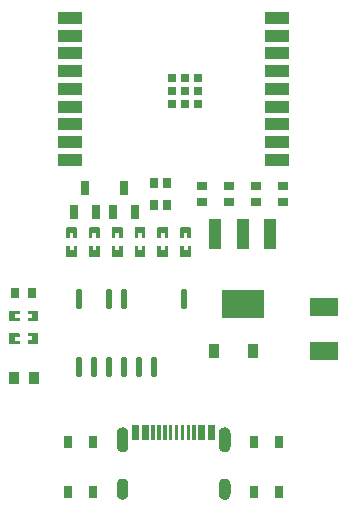
<source format=gtp>
G04 Layer: TopPasteMaskLayer*
G04 EasyEDA Pro v2.2.45.4, 2025-12-09 09:54:16*
G04 Gerber Generator version 0.3*
G04 Scale: 100 percent, Rotated: No, Reflected: No*
G04 Dimensions in millimeters*
G04 Leading zeros omitted, absolute positions, 4 integers and 5 decimals*
G04 Generated by one-click*
%FSLAX45Y45*%
%MOMM*%
%ADD10R,0.7X1.05001*%
%ADD11R,0.8X0.9*%
%ADD12R,0.9X0.8*%
%ADD13R,2.37599X1.50625*%
%ADD14R,0.91001X1.21999*%
%ADD15R,0.89992X1.0*%
%ADD16R,0.7X0.9*%
%ADD17R,0.7X1.25001*%
%ADD18R,2.0071X1.0*%
%ADD19R,2.0X1.0*%
%ADD20R,0.7X0.7*%
%ADD21R,1.1X2.49999*%
%ADD22R,3.59999X2.34*%
%ADD23O,0.55999X1.74501*%
G75*


G04 PolygonModel Start*
G36*
G01X-349994Y-2847619D02*
G01X-289994Y-2847619D01*
G01X-289994Y-2971622D01*
G01X-349994Y-2971622D01*
G01X-349994Y-2847619D01*
G37*
G36*
G01X-269994Y-2847619D02*
G01X-209989Y-2847619D01*
G01X-209989Y-2971622D01*
G01X-269994Y-2971622D01*
G01X-269994Y-2847619D01*
G37*
G36*
G01X-189992Y-2847619D02*
G01X-159990Y-2847619D01*
G01X-159990Y-2971622D01*
G01X-189992Y-2971622D01*
G01X-189992Y-2847619D01*
G37*
G36*
G01X-139992Y-2847619D02*
G01X-109990Y-2847619D01*
G01X-109990Y-2971622D01*
G01X-139992Y-2971622D01*
G01X-139992Y-2847619D01*
G37*
G36*
G01X-89992Y-2847619D02*
G01X-59987Y-2847619D01*
G01X-59987Y-2971622D01*
G01X-89992Y-2971622D01*
G01X-89992Y-2847619D01*
G37*
G36*
G01X-39987Y-2847619D02*
G01X-9987Y-2847619D01*
G01X-9987Y-2971622D01*
G01X-39987Y-2971622D01*
G01X-39987Y-2847619D01*
G37*
G36*
G01X10013Y-2847619D02*
G01X40008Y-2847619D01*
G01X40008Y-2971622D01*
G01X10013Y-2971622D01*
G01X10013Y-2847619D01*
G37*
G36*
G01X60005Y-2847619D02*
G01X90005Y-2847619D01*
G01X90005Y-2971622D01*
G01X60005Y-2971622D01*
G01X60005Y-2847619D01*
G37*
G36*
G01X110005Y-2847619D02*
G01X140005Y-2847619D01*
G01X140005Y-2971622D01*
G01X110005Y-2971622D01*
G01X110005Y-2847619D01*
G37*
G36*
G01X160005Y-2847619D02*
G01X190005Y-2847619D01*
G01X190005Y-2971622D01*
G01X160005Y-2971622D01*
G01X160005Y-2847619D01*
G37*
G36*
G01X210005Y-2847619D02*
G01X270007Y-2847619D01*
G01X270007Y-2971622D01*
G01X210005Y-2971622D01*
G01X210005Y-2847619D01*
G37*
G36*
G01X290007Y-2847619D02*
G01X350007Y-2847619D01*
G01X350007Y-2971622D01*
G01X290007Y-2971622D01*
G01X290007Y-2847619D01*
G37*
G36*
G01X-428262Y-2866738D02*
G01X-430756Y-2866614D01*
G01X-433250Y-2866614D01*
G01X-435737Y-2866738D01*
G01X-438219Y-2866989D01*
G01X-440685Y-2867360D01*
G01X-443126Y-2867853D01*
G01X-445539Y-2868473D01*
G01X-447926Y-2869204D01*
G01X-450268Y-2870060D01*
G01X-452562Y-2871025D01*
G01X-454810Y-2872110D01*
G01X-456997Y-2873299D01*
G01X-459125Y-2874597D01*
G01X-461185Y-2876001D01*
G01X-463174Y-2877513D01*
G01X-465087Y-2879113D01*
G01X-466913Y-2880807D01*
G01X-468650Y-2882590D01*
G01X-470306Y-2884462D01*
G01X-471858Y-2886410D01*
G01X-473311Y-2888432D01*
G01X-474662Y-2890528D01*
G01X-475910Y-2892687D01*
G01X-477050Y-2894907D01*
G01X-478074Y-2897180D01*
G01X-478986Y-2899499D01*
G01X-479776Y-2901864D01*
G01X-480454Y-2904261D01*
G01X-481012Y-2906690D01*
G01X-481442Y-2909148D01*
G01X-481752Y-2911622D01*
G01X-481937Y-2914106D01*
G01X-482001Y-2916601D01*
G01X-482001Y-3026603D01*
G01X-481937Y-3029092D01*
G01X-481752Y-3031581D01*
G01X-481442Y-3034058D01*
G01X-481012Y-3036509D01*
G01X-480454Y-3038937D01*
G01X-479776Y-3041340D01*
G01X-478986Y-3043705D01*
G01X-478074Y-3046024D01*
G01X-477050Y-3048300D01*
G01X-475910Y-3050512D01*
G01X-474662Y-3052671D01*
G01X-473311Y-3054767D01*
G01X-471858Y-3056793D01*
G01X-470306Y-3058744D01*
G01X-468650Y-3060609D01*
G01X-466913Y-3062399D01*
G01X-465087Y-3064091D01*
G01X-463174Y-3065691D01*
G01X-461185Y-3067197D01*
G01X-459125Y-3068602D01*
G01X-456997Y-3069905D01*
G01X-454810Y-3071096D01*
G01X-452562Y-3072181D01*
G01X-450268Y-3073146D01*
G01X-447926Y-3073999D01*
G01X-445539Y-3074733D01*
G01X-443126Y-3075351D01*
G01X-440685Y-3075843D01*
G01X-438219Y-3076214D01*
G01X-435737Y-3076461D01*
G01X-433250Y-3076585D01*
G01X-430756Y-3076585D01*
G01X-428262Y-3076461D01*
G01X-425780Y-3076214D01*
G01X-423316Y-3075843D01*
G01X-420875Y-3075351D01*
G01X-418460Y-3074733D01*
G01X-416080Y-3073999D01*
G01X-413733Y-3073146D01*
G01X-411437Y-3072181D01*
G01X-409186Y-3071096D01*
G01X-406999Y-3069905D01*
G01X-404876Y-3068602D01*
G01X-402814Y-3067197D01*
G01X-400827Y-3065691D01*
G01X-398915Y-3064091D01*
G01X-397088Y-3062399D01*
G01X-395351Y-3060609D01*
G01X-393700Y-3058744D01*
G01X-392143Y-3056793D01*
G01X-390685Y-3054767D01*
G01X-389334Y-3052671D01*
G01X-388089Y-3050512D01*
G01X-386951Y-3048300D01*
G01X-385928Y-3046024D01*
G01X-385016Y-3043705D01*
G01X-384221Y-3041340D01*
G01X-383548Y-3038937D01*
G01X-382994Y-3036509D01*
G01X-382560Y-3034058D01*
G01X-382247Y-3031581D01*
G01X-382062Y-3029092D01*
G01X-382001Y-3026603D01*
G01X-382001Y-2916601D01*
G01X-382062Y-2914106D01*
G01X-382247Y-2911622D01*
G01X-382560Y-2909148D01*
G01X-382994Y-2906690D01*
G01X-383548Y-2904261D01*
G01X-384221Y-2901864D01*
G01X-385016Y-2899499D01*
G01X-385928Y-2897180D01*
G01X-386951Y-2894907D01*
G01X-388089Y-2892687D01*
G01X-389334Y-2890528D01*
G01X-390685Y-2888432D01*
G01X-392143Y-2886410D01*
G01X-393700Y-2884462D01*
G01X-395351Y-2882590D01*
G01X-397088Y-2880807D01*
G01X-398915Y-2879113D01*
G01X-400827Y-2877513D01*
G01X-402814Y-2876001D01*
G01X-404876Y-2874597D01*
G01X-406999Y-2873299D01*
G01X-409186Y-2872110D01*
G01X-411437Y-2871025D01*
G01X-413733Y-2870060D01*
G01X-416080Y-2869204D01*
G01X-418460Y-2868473D01*
G01X-420875Y-2867853D01*
G01X-423316Y-2867360D01*
G01X-425780Y-2866989D01*
G01X-428262Y-2866738D01*
G37*
G36*
G01X-428262Y-3299744D02*
G01X-430756Y-3299623D01*
G01X-433250Y-3299623D01*
G01X-435737Y-3299744D01*
G01X-438219Y-3299998D01*
G01X-440685Y-3300367D01*
G01X-443126Y-3300862D01*
G01X-445539Y-3301474D01*
G01X-447926Y-3302211D01*
G01X-450268Y-3303062D01*
G01X-452562Y-3304032D01*
G01X-454810Y-3305111D01*
G01X-456997Y-3306305D01*
G01X-459125Y-3307606D01*
G01X-461185Y-3309010D01*
G01X-463174Y-3310514D01*
G01X-465087Y-3312122D01*
G01X-466913Y-3313814D01*
G01X-468650Y-3315597D01*
G01X-470306Y-3317469D01*
G01X-471858Y-3319417D01*
G01X-473311Y-3321441D01*
G01X-474662Y-3323534D01*
G01X-475910Y-3325696D01*
G01X-477050Y-3327913D01*
G01X-478074Y-3330186D01*
G01X-478986Y-3332508D01*
G01X-479776Y-3334873D01*
G01X-480454Y-3337270D01*
G01X-481012Y-3339699D01*
G01X-481442Y-3342155D01*
G01X-481752Y-3344631D01*
G01X-481937Y-3347115D01*
G01X-482001Y-3349607D01*
G01X-482001Y-3429610D01*
G01X-481937Y-3432104D01*
G01X-481752Y-3434588D01*
G01X-481442Y-3437062D01*
G01X-481012Y-3439518D01*
G01X-480454Y-3441949D01*
G01X-479776Y-3444347D01*
G01X-478986Y-3446711D01*
G01X-478074Y-3449030D01*
G01X-477050Y-3451304D01*
G01X-475910Y-3453524D01*
G01X-474662Y-3455678D01*
G01X-473311Y-3457778D01*
G01X-471858Y-3459800D01*
G01X-470306Y-3461748D01*
G01X-468650Y-3463615D01*
G01X-466913Y-3465403D01*
G01X-465087Y-3467097D01*
G01X-463174Y-3468698D01*
G01X-461185Y-3470206D01*
G01X-459125Y-3471611D01*
G01X-456997Y-3472912D01*
G01X-454810Y-3474100D01*
G01X-452562Y-3475185D01*
G01X-450268Y-3476150D01*
G01X-447926Y-3477006D01*
G01X-445539Y-3477738D01*
G01X-443126Y-3478355D01*
G01X-440685Y-3478850D01*
G01X-438219Y-3479221D01*
G01X-435737Y-3479467D01*
G01X-433250Y-3479594D01*
G01X-430756Y-3479594D01*
G01X-428262Y-3479467D01*
G01X-425780Y-3479221D01*
G01X-423316Y-3478850D01*
G01X-420875Y-3478355D01*
G01X-418460Y-3477738D01*
G01X-416080Y-3477006D01*
G01X-413733Y-3476150D01*
G01X-411437Y-3475185D01*
G01X-409186Y-3474100D01*
G01X-406999Y-3472912D01*
G01X-404876Y-3471611D01*
G01X-402814Y-3470206D01*
G01X-400827Y-3468698D01*
G01X-398915Y-3467097D01*
G01X-397088Y-3465403D01*
G01X-395351Y-3463615D01*
G01X-393700Y-3461748D01*
G01X-392143Y-3459800D01*
G01X-390685Y-3457778D01*
G01X-389334Y-3455678D01*
G01X-388089Y-3453524D01*
G01X-386951Y-3451304D01*
G01X-385928Y-3449030D01*
G01X-385016Y-3446711D01*
G01X-384221Y-3444347D01*
G01X-383548Y-3441949D01*
G01X-382994Y-3439518D01*
G01X-382560Y-3437062D01*
G01X-382247Y-3434588D01*
G01X-382062Y-3432104D01*
G01X-382001Y-3429610D01*
G01X-382001Y-3349607D01*
G01X-382062Y-3347115D01*
G01X-382247Y-3344631D01*
G01X-382560Y-3342155D01*
G01X-382994Y-3339699D01*
G01X-383548Y-3337270D01*
G01X-384221Y-3334873D01*
G01X-385016Y-3332508D01*
G01X-385928Y-3330186D01*
G01X-386951Y-3327913D01*
G01X-388089Y-3325696D01*
G01X-389334Y-3323534D01*
G01X-390685Y-3321441D01*
G01X-392143Y-3319417D01*
G01X-393700Y-3317469D01*
G01X-395351Y-3315597D01*
G01X-397088Y-3313814D01*
G01X-398915Y-3312122D01*
G01X-400827Y-3310514D01*
G01X-402814Y-3309010D01*
G01X-404876Y-3307606D01*
G01X-406999Y-3306305D01*
G01X-409186Y-3305111D01*
G01X-411437Y-3304032D01*
G01X-413733Y-3303062D01*
G01X-416080Y-3302211D01*
G01X-418460Y-3301474D01*
G01X-420875Y-3300862D01*
G01X-423316Y-3300367D01*
G01X-425780Y-3299998D01*
G01X-428262Y-3299744D01*
G37*
G36*
G01X435745Y-2866738D02*
G01X433250Y-2866614D01*
G01X430761Y-2866614D01*
G01X428272Y-2866738D01*
G01X425790Y-2866989D01*
G01X423327Y-2867360D01*
G01X420883Y-2867853D01*
G01X418465Y-2868473D01*
G01X416085Y-2869204D01*
G01X413738Y-2870060D01*
G01X411442Y-2871025D01*
G01X409191Y-2872110D01*
G01X407010Y-2873299D01*
G01X404881Y-2874597D01*
G01X402819Y-2876001D01*
G01X400832Y-2877513D01*
G01X398920Y-2879113D01*
G01X397096Y-2880807D01*
G01X395356Y-2882590D01*
G01X393700Y-2884462D01*
G01X392151Y-2886410D01*
G01X390690Y-2888432D01*
G01X389341Y-2890528D01*
G01X388097Y-2892687D01*
G01X386956Y-2894907D01*
G01X385935Y-2897180D01*
G01X385023Y-2899499D01*
G01X384226Y-2901864D01*
G01X383553Y-2904261D01*
G01X382999Y-2906690D01*
G01X382565Y-2909148D01*
G01X382257Y-2911622D01*
G01X382067Y-2914106D01*
G01X382008Y-2916601D01*
G01X382008Y-3026603D01*
G01X382067Y-3029092D01*
G01X382257Y-3031581D01*
G01X382565Y-3034058D01*
G01X382999Y-3036509D01*
G01X383553Y-3038937D01*
G01X384226Y-3041340D01*
G01X385023Y-3043705D01*
G01X385935Y-3046024D01*
G01X386956Y-3048300D01*
G01X388097Y-3050512D01*
G01X389341Y-3052671D01*
G01X390690Y-3054767D01*
G01X392151Y-3056793D01*
G01X393700Y-3058744D01*
G01X395356Y-3060609D01*
G01X397096Y-3062399D01*
G01X398920Y-3064091D01*
G01X400832Y-3065691D01*
G01X402819Y-3067197D01*
G01X404881Y-3068602D01*
G01X407010Y-3069905D01*
G01X409191Y-3071096D01*
G01X411442Y-3072181D01*
G01X413738Y-3073146D01*
G01X416085Y-3073999D01*
G01X418465Y-3074733D01*
G01X420883Y-3075351D01*
G01X423327Y-3075843D01*
G01X425790Y-3076214D01*
G01X428272Y-3076461D01*
G01X430761Y-3076585D01*
G01X433250Y-3076585D01*
G01X435745Y-3076461D01*
G01X438224Y-3076214D01*
G01X440690Y-3075843D01*
G01X443133Y-3075351D01*
G01X445544Y-3074733D01*
G01X447926Y-3073999D01*
G01X450273Y-3073146D01*
G01X452572Y-3072181D01*
G01X454817Y-3071096D01*
G01X457010Y-3069905D01*
G01X459130Y-3068602D01*
G01X461190Y-3067197D01*
G01X463179Y-3065691D01*
G01X465092Y-3064091D01*
G01X466921Y-3062399D01*
G01X468655Y-3060609D01*
G01X470311Y-3058744D01*
G01X471863Y-3056793D01*
G01X473319Y-3054767D01*
G01X474668Y-3052671D01*
G01X475920Y-3050512D01*
G01X477055Y-3048300D01*
G01X478081Y-3046024D01*
G01X478991Y-3043705D01*
G01X479783Y-3041340D01*
G01X480459Y-3038937D01*
G01X481013Y-3036509D01*
G01X481447Y-3034058D01*
G01X481759Y-3031581D01*
G01X481942Y-3029092D01*
G01X482006Y-3026603D01*
G01X482006Y-2916601D01*
G01X481942Y-2914106D01*
G01X481759Y-2911622D01*
G01X481447Y-2909148D01*
G01X481013Y-2906690D01*
G01X480459Y-2904261D01*
G01X479783Y-2901864D01*
G01X478991Y-2899499D01*
G01X478081Y-2897180D01*
G01X477055Y-2894907D01*
G01X475920Y-2892687D01*
G01X474668Y-2890528D01*
G01X473319Y-2888432D01*
G01X471863Y-2886410D01*
G01X470311Y-2884462D01*
G01X468655Y-2882590D01*
G01X466921Y-2880807D01*
G01X465092Y-2879113D01*
G01X463179Y-2877513D01*
G01X461190Y-2876001D01*
G01X459130Y-2874597D01*
G01X457010Y-2873299D01*
G01X454817Y-2872110D01*
G01X452572Y-2871025D01*
G01X450273Y-2870060D01*
G01X447926Y-2869204D01*
G01X445544Y-2868473D01*
G01X443133Y-2867853D01*
G01X440690Y-2867360D01*
G01X438224Y-2866989D01*
G01X435745Y-2866738D01*
G37*
G36*
G01X435745Y-3299744D02*
G01X433250Y-3299623D01*
G01X430761Y-3299623D01*
G01X428272Y-3299744D01*
G01X425790Y-3299998D01*
G01X423327Y-3300367D01*
G01X420883Y-3300862D01*
G01X418465Y-3301474D01*
G01X416085Y-3302211D01*
G01X413738Y-3303062D01*
G01X411442Y-3304032D01*
G01X409191Y-3305111D01*
G01X407010Y-3306305D01*
G01X404881Y-3307606D01*
G01X402819Y-3309010D01*
G01X400832Y-3310514D01*
G01X398920Y-3312122D01*
G01X397096Y-3313814D01*
G01X395356Y-3315597D01*
G01X393700Y-3317469D01*
G01X392151Y-3319417D01*
G01X390690Y-3321441D01*
G01X389341Y-3323534D01*
G01X388097Y-3325696D01*
G01X386956Y-3327913D01*
G01X385935Y-3330186D01*
G01X385023Y-3332508D01*
G01X384226Y-3334873D01*
G01X383553Y-3337270D01*
G01X382999Y-3339699D01*
G01X382565Y-3342155D01*
G01X382257Y-3344631D01*
G01X382067Y-3347115D01*
G01X382008Y-3349607D01*
G01X382008Y-3429610D01*
G01X382067Y-3432104D01*
G01X382257Y-3434588D01*
G01X382565Y-3437062D01*
G01X382999Y-3439518D01*
G01X383553Y-3441949D01*
G01X384226Y-3444347D01*
G01X385023Y-3446711D01*
G01X385935Y-3449030D01*
G01X386956Y-3451304D01*
G01X388097Y-3453524D01*
G01X389341Y-3455678D01*
G01X390690Y-3457778D01*
G01X392151Y-3459800D01*
G01X393700Y-3461748D01*
G01X395356Y-3463615D01*
G01X397096Y-3465403D01*
G01X398920Y-3467097D01*
G01X400832Y-3468698D01*
G01X402819Y-3470206D01*
G01X404881Y-3471611D01*
G01X407010Y-3472912D01*
G01X409191Y-3474100D01*
G01X411442Y-3475185D01*
G01X413738Y-3476150D01*
G01X416085Y-3477006D01*
G01X418465Y-3477738D01*
G01X420883Y-3478355D01*
G01X423327Y-3478850D01*
G01X425790Y-3479221D01*
G01X428272Y-3479467D01*
G01X430761Y-3479594D01*
G01X433250Y-3479594D01*
G01X435745Y-3479467D01*
G01X438224Y-3479221D01*
G01X440690Y-3478850D01*
G01X443133Y-3478355D01*
G01X445544Y-3477738D01*
G01X447926Y-3477006D01*
G01X450273Y-3476150D01*
G01X452572Y-3475185D01*
G01X454817Y-3474100D01*
G01X457010Y-3472912D01*
G01X459130Y-3471611D01*
G01X461190Y-3470206D01*
G01X463179Y-3468698D01*
G01X465092Y-3467097D01*
G01X466921Y-3465403D01*
G01X468655Y-3463615D01*
G01X470311Y-3461748D01*
G01X471863Y-3459800D01*
G01X473319Y-3457778D01*
G01X474668Y-3455678D01*
G01X475920Y-3453524D01*
G01X477055Y-3451304D01*
G01X478081Y-3449030D01*
G01X478991Y-3446711D01*
G01X479783Y-3444347D01*
G01X480459Y-3441949D01*
G01X481013Y-3439518D01*
G01X481447Y-3437062D01*
G01X481759Y-3434588D01*
G01X481942Y-3432104D01*
G01X482006Y-3429610D01*
G01X482006Y-3349607D01*
G01X481942Y-3347115D01*
G01X481759Y-3344631D01*
G01X481447Y-3342155D01*
G01X481013Y-3339699D01*
G01X480459Y-3337270D01*
G01X479783Y-3334873D01*
G01X478991Y-3332508D01*
G01X478081Y-3330186D01*
G01X477055Y-3327913D01*
G01X475920Y-3325696D01*
G01X474668Y-3323534D01*
G01X473319Y-3321441D01*
G01X471863Y-3319417D01*
G01X470311Y-3317469D01*
G01X468655Y-3315597D01*
G01X466921Y-3313814D01*
G01X465092Y-3312122D01*
G01X463179Y-3310514D01*
G01X461190Y-3309010D01*
G01X459130Y-3307606D01*
G01X457010Y-3306305D01*
G01X454817Y-3305111D01*
G01X452572Y-3304032D01*
G01X450273Y-3303062D01*
G01X447926Y-3302211D01*
G01X445544Y-3301474D01*
G01X443133Y-3300862D01*
G01X440690Y-3300367D01*
G01X438224Y-3299998D01*
G01X435745Y-3299744D01*
G37*
G36*
G01X-1389502Y-1967913D02*
G01X-1309502Y-1967913D01*
G01X-1304501Y-1962912D01*
G01X-1304501Y-1940115D01*
G01X-1341501Y-1940115D01*
G01X-1341501Y-1907116D01*
G01X-1304501Y-1907116D01*
G01X-1304501Y-1882912D01*
G01X-1309502Y-1877913D01*
G01X-1389502Y-1877913D01*
G01X-1394501Y-1882912D01*
G01X-1394501Y-1962912D01*
G01X-1389502Y-1967913D01*
G37*
G36*
G01X-1150498Y-1877916D02*
G01X-1230498Y-1877916D01*
G01X-1235499Y-1882917D01*
G01X-1235499Y-1905714D01*
G01X-1198499Y-1905714D01*
G01X-1198499Y-1938713D01*
G01X-1235499Y-1938713D01*
G01X-1235499Y-1962917D01*
G01X-1230498Y-1967916D01*
G01X-1150498Y-1967916D01*
G01X-1145499Y-1962917D01*
G01X-1145499Y-1882917D01*
G01X-1150498Y-1877916D01*
G37*
G36*
G01X-1389502Y-2158688D02*
G01X-1309502Y-2158688D01*
G01X-1304501Y-2153686D01*
G01X-1304501Y-2130890D01*
G01X-1341501Y-2130890D01*
G01X-1341501Y-2097890D01*
G01X-1304501Y-2097890D01*
G01X-1304501Y-2073686D01*
G01X-1309502Y-2068688D01*
G01X-1389502Y-2068688D01*
G01X-1394501Y-2073686D01*
G01X-1394501Y-2153686D01*
G01X-1389502Y-2158688D01*
G37*
G36*
G01X-1150498Y-2068690D02*
G01X-1230498Y-2068690D01*
G01X-1235499Y-2073692D01*
G01X-1235499Y-2096488D01*
G01X-1198499Y-2096488D01*
G01X-1198499Y-2129488D01*
G01X-1235499Y-2129488D01*
G01X-1235499Y-2153691D01*
G01X-1230498Y-2158690D01*
G01X-1150498Y-2158690D01*
G01X-1145499Y-2153691D01*
G01X-1145499Y-2073692D01*
G01X-1150498Y-2068690D01*
G37*
G36*
G01X56601Y-1175898D02*
G01X56601Y-1255898D01*
G01X61603Y-1260899D01*
G01X84399Y-1260899D01*
G01X84399Y-1223899D01*
G01X117399Y-1223899D01*
G01X117399Y-1260899D01*
G01X141602Y-1260899D01*
G01X146601Y-1255898D01*
G01X146601Y-1175898D01*
G01X141602Y-1170899D01*
G01X61603Y-1170899D01*
G01X56601Y-1175898D01*
G37*
G36*
G01X146599Y-1414902D02*
G01X146599Y-1334902D01*
G01X141597Y-1329901D01*
G01X118801Y-1329901D01*
G01X118801Y-1366901D01*
G01X85801Y-1366901D01*
G01X85801Y-1329901D01*
G01X61598Y-1329901D01*
G01X56599Y-1334902D01*
G01X56599Y-1414902D01*
G01X61598Y-1419901D01*
G01X141597Y-1419901D01*
G01X146599Y-1414902D01*
G37*
G36*
G01X-136439Y-1175898D02*
G01X-136439Y-1255898D01*
G01X-131437Y-1260899D01*
G01X-108641Y-1260899D01*
G01X-108641Y-1223899D01*
G01X-75641Y-1223899D01*
G01X-75641Y-1260899D01*
G01X-51438Y-1260899D01*
G01X-46439Y-1255898D01*
G01X-46439Y-1175898D01*
G01X-51438Y-1170899D01*
G01X-131437Y-1170899D01*
G01X-136439Y-1175898D01*
G37*
G36*
G01X-46441Y-1414902D02*
G01X-46441Y-1334902D01*
G01X-51443Y-1329901D01*
G01X-74239Y-1329901D01*
G01X-74239Y-1366901D01*
G01X-107239Y-1366901D01*
G01X-107239Y-1329901D01*
G01X-131442Y-1329901D01*
G01X-136441Y-1334902D01*
G01X-136441Y-1414902D01*
G01X-131442Y-1419901D01*
G01X-51443Y-1419901D01*
G01X-46441Y-1414902D01*
G37*
G36*
G01X-239481Y-1414902D02*
G01X-239481Y-1334902D01*
G01X-244483Y-1329901D01*
G01X-267279Y-1329901D01*
G01X-267279Y-1366901D01*
G01X-300279Y-1366901D01*
G01X-300279Y-1329901D01*
G01X-324482Y-1329901D01*
G01X-329481Y-1334902D01*
G01X-329481Y-1414902D01*
G01X-324482Y-1419901D01*
G01X-244483Y-1419901D01*
G01X-239481Y-1414902D01*
G37*
G36*
G01X-329479Y-1175898D02*
G01X-329479Y-1255898D01*
G01X-324477Y-1260899D01*
G01X-301681Y-1260899D01*
G01X-301681Y-1223899D01*
G01X-268681Y-1223899D01*
G01X-268681Y-1260899D01*
G01X-244478Y-1260899D01*
G01X-239479Y-1255898D01*
G01X-239479Y-1175898D01*
G01X-244478Y-1170899D01*
G01X-324477Y-1170899D01*
G01X-329479Y-1175898D01*
G37*
G36*
G01X-522519Y-1175898D02*
G01X-522519Y-1255898D01*
G01X-517517Y-1260899D01*
G01X-494721Y-1260899D01*
G01X-494721Y-1223899D01*
G01X-461721Y-1223899D01*
G01X-461721Y-1260899D01*
G01X-437518Y-1260899D01*
G01X-432519Y-1255898D01*
G01X-432519Y-1175898D01*
G01X-437518Y-1170899D01*
G01X-517517Y-1170899D01*
G01X-522519Y-1175898D01*
G37*
G36*
G01X-432521Y-1414902D02*
G01X-432521Y-1334902D01*
G01X-437523Y-1329901D01*
G01X-460319Y-1329901D01*
G01X-460319Y-1366901D01*
G01X-493319Y-1366901D01*
G01X-493319Y-1329901D01*
G01X-517522Y-1329901D01*
G01X-522521Y-1334902D01*
G01X-522521Y-1414902D01*
G01X-517522Y-1419901D01*
G01X-437523Y-1419901D01*
G01X-432521Y-1414902D01*
G37*
G36*
G01X-625561Y-1414902D02*
G01X-625561Y-1334902D01*
G01X-630563Y-1329901D01*
G01X-653359Y-1329901D01*
G01X-653359Y-1366901D01*
G01X-686359Y-1366901D01*
G01X-686359Y-1329901D01*
G01X-710562Y-1329901D01*
G01X-715561Y-1334902D01*
G01X-715561Y-1414902D01*
G01X-710562Y-1419901D01*
G01X-630563Y-1419901D01*
G01X-625561Y-1414902D01*
G37*
G36*
G01X-715559Y-1175898D02*
G01X-715559Y-1255898D01*
G01X-710557Y-1260899D01*
G01X-687761Y-1260899D01*
G01X-687761Y-1223899D01*
G01X-654761Y-1223899D01*
G01X-654761Y-1260899D01*
G01X-630558Y-1260899D01*
G01X-625559Y-1255898D01*
G01X-625559Y-1175898D01*
G01X-630558Y-1170899D01*
G01X-710557Y-1170899D01*
G01X-715559Y-1175898D01*
G37*
G36*
G01X-818601Y-1414902D02*
G01X-818601Y-1334902D01*
G01X-823603Y-1329901D01*
G01X-846399Y-1329901D01*
G01X-846399Y-1366901D01*
G01X-879399Y-1366901D01*
G01X-879399Y-1329901D01*
G01X-903602Y-1329901D01*
G01X-908601Y-1334902D01*
G01X-908601Y-1414902D01*
G01X-903602Y-1419901D01*
G01X-823603Y-1419901D01*
G01X-818601Y-1414902D01*
G37*
G36*
G01X-908599Y-1175898D02*
G01X-908599Y-1255898D01*
G01X-903597Y-1260899D01*
G01X-880801Y-1260899D01*
G01X-880801Y-1223899D01*
G01X-847801Y-1223899D01*
G01X-847801Y-1260899D01*
G01X-823598Y-1260899D01*
G01X-818599Y-1255898D01*
G01X-818599Y-1175898D01*
G01X-823598Y-1170899D01*
G01X-903597Y-1170899D01*
G01X-908599Y-1175898D01*
G37*

G04 Pad Start*
G54D10*
G01X679907Y-3410407D03*
G01X679907Y-2990393D03*
G01X894893Y-3410407D03*
G01X894893Y-2990393D03*
G01X-894893Y-3410407D03*
G01X-894893Y-2990393D03*
G01X-679907Y-3410407D03*
G01X-679907Y-2990393D03*
G54D11*
G01X-1199998Y-1727200D03*
G01X-1340002Y-1727200D03*
G54D12*
G01X927100Y-959002D03*
G01X927100Y-818998D03*
G01X698500Y-959002D03*
G01X698500Y-818998D03*
G01X469900Y-959002D03*
G01X469900Y-818998D03*
G01X241300Y-959002D03*
G01X241300Y-818998D03*
G54D13*
G01X1270000Y-2218055D03*
G01X1270000Y-1845945D03*
G54D14*
G01X671500Y-2222500D03*
G01X344500Y-2222500D03*
G54D15*
G01X-1185012Y-2451100D03*
G01X-1355014Y-2451100D03*
G54D16*
G01X-169316Y-797509D03*
G01X-59309Y-797509D03*
G01X-59309Y-980516D03*
G01X-169316Y-980516D03*
G54D17*
G01X-514096Y-1039800D03*
G01X-324104Y-1039800D03*
G01X-419100Y-839800D03*
G54D19*
G01X875005Y-149987D03*
G01X875005Y0D03*
G01X875005Y150012D03*
G01X875005Y299999D03*
G01X875005Y450012D03*
G01X875005Y599999D03*
G54D20*
G01X-13995Y90018D03*
G01X-13995Y-19990D03*
G01X-13995Y-129997D03*
G01X95987Y90018D03*
G01X95987Y-19990D03*
G01X95987Y-129997D03*
G01X205994Y-129997D03*
G01X205994Y-19990D03*
G01X205994Y90018D03*
G54D19*
G01X-875005Y599999D03*
G01X-875005Y450012D03*
G01X-875005Y299999D03*
G01X-875005Y150012D03*
G01X-875005Y0D03*
G01X-875005Y-149987D03*
G01X-875005Y-299999D03*
G01X-875005Y-449986D03*
G01X875005Y-599999D03*
G01X875005Y-449986D03*
G01X875005Y-299999D03*
G01X-875005Y-599999D03*
G54D21*
G01X814197Y-1226998D03*
G01X584200Y-1226998D03*
G01X354203Y-1226998D03*
G54D22*
G01X584200Y-1821002D03*
G54D23*
G01X-801192Y-2358161D03*
G01X-674192Y-2358161D03*
G01X-547192Y-2358161D03*
G01X-420192Y-2358161D03*
G01X-293192Y-2358161D03*
G01X-166192Y-2358161D03*
G01X-801192Y-1783664D03*
G01X-547192Y-1783664D03*
G01X-420192Y-1783664D03*
G01X87808Y-1783664D03*
G54D17*
G01X-844296Y-1039800D03*
G01X-654304Y-1039800D03*
G01X-749300Y-839800D03*
G04 Pad End*

M02*


</source>
